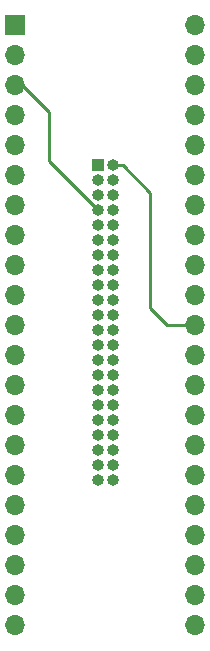
<source format=gbr>
%TF.GenerationSoftware,KiCad,Pcbnew,(6.0.1)*%
%TF.CreationDate,2022-07-30T21:00:21-07:00*%
%TF.ProjectId,M27C322-to-KM23C32000AG-adapter,4d323743-3332-4322-9d74-6f2d4b4d3233,rev?*%
%TF.SameCoordinates,Original*%
%TF.FileFunction,Copper,L1,Top*%
%TF.FilePolarity,Positive*%
%FSLAX46Y46*%
G04 Gerber Fmt 4.6, Leading zero omitted, Abs format (unit mm)*
G04 Created by KiCad (PCBNEW (6.0.1)) date 2022-07-30 21:00:21*
%MOMM*%
%LPD*%
G01*
G04 APERTURE LIST*
%TA.AperFunction,ComponentPad*%
%ADD10R,1.000000X1.000000*%
%TD*%
%TA.AperFunction,ComponentPad*%
%ADD11O,1.000000X1.000000*%
%TD*%
%TA.AperFunction,ComponentPad*%
%ADD12R,1.700000X1.700000*%
%TD*%
%TA.AperFunction,ComponentPad*%
%ADD13O,1.700000X1.700000*%
%TD*%
%TA.AperFunction,Conductor*%
%ADD14C,0.250000*%
%TD*%
G04 APERTURE END LIST*
D10*
%TO.P,U1,1,NC*%
%TO.N,unconnected-(U1-Pad1)*%
X143890000Y-67360000D03*
D11*
%TO.P,U1,44,A20*%
%TO.N,/A20*%
X145160000Y-67360000D03*
%TO.P,U1,2,A18*%
%TO.N,/A18*%
X143890000Y-68630000D03*
%TO.P,U1,43,A19*%
%TO.N,/A19*%
X145160000Y-68630000D03*
%TO.P,U1,3,A17*%
%TO.N,/A17*%
X143890000Y-69900000D03*
%TO.P,U1,42,A8*%
%TO.N,/A8*%
X145160000Y-69900000D03*
%TO.P,U1,4,A7*%
%TO.N,/A7*%
X143890000Y-71170000D03*
%TO.P,U1,41,A9*%
%TO.N,/A9*%
X145160000Y-71170000D03*
%TO.P,U1,5,A6*%
%TO.N,/A6*%
X143890000Y-72440000D03*
%TO.P,U1,40,A10*%
%TO.N,/A10*%
X145160000Y-72440000D03*
%TO.P,U1,6,A5*%
%TO.N,/A5*%
X143890000Y-73710000D03*
%TO.P,U1,39,A11*%
%TO.N,/A11*%
X145160000Y-73710000D03*
%TO.P,U1,7,A4*%
%TO.N,/A4*%
X143890000Y-74980000D03*
%TO.P,U1,38,A12*%
%TO.N,/A12*%
X145160000Y-74980000D03*
%TO.P,U1,8,A3*%
%TO.N,/A3*%
X143890000Y-76250000D03*
%TO.P,U1,37,A13*%
%TO.N,/A13*%
X145160000Y-76250000D03*
%TO.P,U1,9,A2*%
%TO.N,/A2*%
X143890000Y-77520000D03*
%TO.P,U1,36,A14*%
%TO.N,/A14*%
X145160000Y-77520000D03*
%TO.P,U1,10,A1*%
%TO.N,/A1*%
X143890000Y-78790000D03*
%TO.P,U1,35,A15*%
%TO.N,/A15*%
X145160000Y-78790000D03*
%TO.P,U1,11,A0*%
%TO.N,/A0*%
X143890000Y-80060000D03*
%TO.P,U1,34,A16*%
%TO.N,/A16*%
X145160000Y-80060000D03*
%TO.P,U1,12,~{E}*%
%TO.N,/~{CE}*%
X143890000Y-81330000D03*
%TO.P,U1,33,BHE*%
%TO.N,unconnected-(U1-Pad33)*%
X145160000Y-81330000D03*
%TO.P,U1,13,GND*%
%TO.N,/VSS*%
X143890000Y-82600000D03*
%TO.P,U1,32,GND*%
X145160000Y-82600000D03*
%TO.P,U1,14,~{GVPP}*%
%TO.N,/~{OE}*%
X143890000Y-83870000D03*
%TO.P,U1,31,D15*%
%TO.N,/D15*%
X145160000Y-83870000D03*
%TO.P,U1,15,D0*%
%TO.N,/D0*%
X143890000Y-85140000D03*
%TO.P,U1,30,D7*%
%TO.N,/D7*%
X145160000Y-85140000D03*
%TO.P,U1,16,D8*%
%TO.N,/D8*%
X143890000Y-86410000D03*
%TO.P,U1,29,D14*%
%TO.N,/D14*%
X145160000Y-86410000D03*
%TO.P,U1,17,D1*%
%TO.N,/D1*%
X143890000Y-87680000D03*
%TO.P,U1,28,D6*%
%TO.N,/D6*%
X145160000Y-87680000D03*
%TO.P,U1,18,D9*%
%TO.N,/D9*%
X143890000Y-88950000D03*
%TO.P,U1,27,D13*%
%TO.N,/D13*%
X145160000Y-88950000D03*
%TO.P,U1,19,D2*%
%TO.N,/D2*%
X143890000Y-90220000D03*
%TO.P,U1,26,D5*%
%TO.N,/D5*%
X145160000Y-90220000D03*
%TO.P,U1,20,D10*%
%TO.N,/D10*%
X143890000Y-91490000D03*
%TO.P,U1,25,D12*%
%TO.N,/D12*%
X145160000Y-91490000D03*
%TO.P,U1,21,D3*%
%TO.N,/D3*%
X143890000Y-92760000D03*
%TO.P,U1,24,D4*%
%TO.N,/D4*%
X145160000Y-92760000D03*
%TO.P,U1,22,D11*%
%TO.N,/D11*%
X143890000Y-94030000D03*
%TO.P,U1,23,VCC*%
%TO.N,/VCC*%
X145160000Y-94030000D03*
%TD*%
D12*
%TO.P,U2,1,A18*%
%TO.N,/A18*%
X136842000Y-55508000D03*
D13*
%TO.P,U2,2,A17*%
%TO.N,/A17*%
X136842000Y-58048000D03*
%TO.P,U2,3,A7*%
%TO.N,/A7*%
X136842000Y-60588000D03*
%TO.P,U2,4,A6*%
%TO.N,/A6*%
X136842000Y-63128000D03*
%TO.P,U2,5,A5*%
%TO.N,/A5*%
X136842000Y-65668000D03*
%TO.P,U2,6,A4*%
%TO.N,/A4*%
X136842000Y-68208000D03*
%TO.P,U2,7,A3*%
%TO.N,/A3*%
X136842000Y-70748000D03*
%TO.P,U2,8,A2*%
%TO.N,/A2*%
X136842000Y-73288000D03*
%TO.P,U2,9,A1*%
%TO.N,/A1*%
X136842000Y-75828000D03*
%TO.P,U2,10,A0*%
%TO.N,/A0*%
X136842000Y-78368000D03*
%TO.P,U2,11,~{E}*%
%TO.N,/~{CE}*%
X136842000Y-80908000D03*
%TO.P,U2,12,GND*%
%TO.N,/VSS*%
X136842000Y-83448000D03*
%TO.P,U2,13,~{GVPP}*%
%TO.N,/~{OE}*%
X136842000Y-85988000D03*
%TO.P,U2,14,D0*%
%TO.N,/D0*%
X136842000Y-88528000D03*
%TO.P,U2,15,D8*%
%TO.N,/D8*%
X136842000Y-91068000D03*
%TO.P,U2,16,D1*%
%TO.N,/D1*%
X136842000Y-93608000D03*
%TO.P,U2,17,D9*%
%TO.N,/D9*%
X136842000Y-96148000D03*
%TO.P,U2,18,D2*%
%TO.N,/D2*%
X136842000Y-98688000D03*
%TO.P,U2,19,D10*%
%TO.N,/D10*%
X136842000Y-101228000D03*
%TO.P,U2,20,D3*%
%TO.N,/D3*%
X136842000Y-103768000D03*
%TO.P,U2,21,D11*%
%TO.N,/D11*%
X136842000Y-106308000D03*
%TO.P,U2,22,VCC*%
%TO.N,/VCC*%
X152082000Y-106308000D03*
%TO.P,U2,23,D4*%
%TO.N,/D4*%
X152082000Y-103768000D03*
%TO.P,U2,24,D12*%
%TO.N,/D12*%
X152082000Y-101228000D03*
%TO.P,U2,25,D5*%
%TO.N,/D5*%
X152082000Y-98688000D03*
%TO.P,U2,26,D13*%
%TO.N,/D13*%
X152082000Y-96148000D03*
%TO.P,U2,27,D6*%
%TO.N,/D6*%
X152082000Y-93608000D03*
%TO.P,U2,28,D14*%
%TO.N,/D14*%
X152082000Y-91068000D03*
%TO.P,U2,29,D7*%
%TO.N,/D7*%
X152082000Y-88528000D03*
%TO.P,U2,30,D15*%
%TO.N,/D15*%
X152082000Y-85988000D03*
%TO.P,U2,31,GND*%
%TO.N,/VSS*%
X152082000Y-83448000D03*
%TO.P,U2,32,A20*%
%TO.N,/A20*%
X152082000Y-80908000D03*
%TO.P,U2,33,A16*%
%TO.N,/A16*%
X152082000Y-78368000D03*
%TO.P,U2,34,A15*%
%TO.N,/A15*%
X152082000Y-75828000D03*
%TO.P,U2,35,A14*%
%TO.N,/A14*%
X152082000Y-73288000D03*
%TO.P,U2,36,A13*%
%TO.N,/A13*%
X152082000Y-70748000D03*
%TO.P,U2,37,A12*%
%TO.N,/A12*%
X152082000Y-68208000D03*
%TO.P,U2,38,A11*%
%TO.N,/A11*%
X152082000Y-65668000D03*
%TO.P,U2,39,A10*%
%TO.N,/A10*%
X152082000Y-63128000D03*
%TO.P,U2,40,A9*%
%TO.N,/A9*%
X152082000Y-60588000D03*
%TO.P,U2,41,A8*%
%TO.N,/A8*%
X152082000Y-58048000D03*
%TO.P,U2,42,A19*%
%TO.N,/A19*%
X152082000Y-55508000D03*
%TD*%
D14*
%TO.N,/A7*%
X139690000Y-62860000D02*
X137418000Y-60588000D01*
X143890000Y-71170000D02*
X139690000Y-66970000D01*
X139690000Y-66970000D02*
X139690000Y-62860000D01*
X137418000Y-60588000D02*
X136842000Y-60588000D01*
%TO.N,/A20*%
X148290000Y-69664900D02*
X145985100Y-67360000D01*
X148290000Y-79460000D02*
X148290000Y-69664900D01*
X145985100Y-67360000D02*
X145160000Y-67360000D01*
X149738000Y-80908000D02*
X148290000Y-79460000D01*
X152082000Y-80908000D02*
X149738000Y-80908000D01*
%TD*%
M02*

</source>
